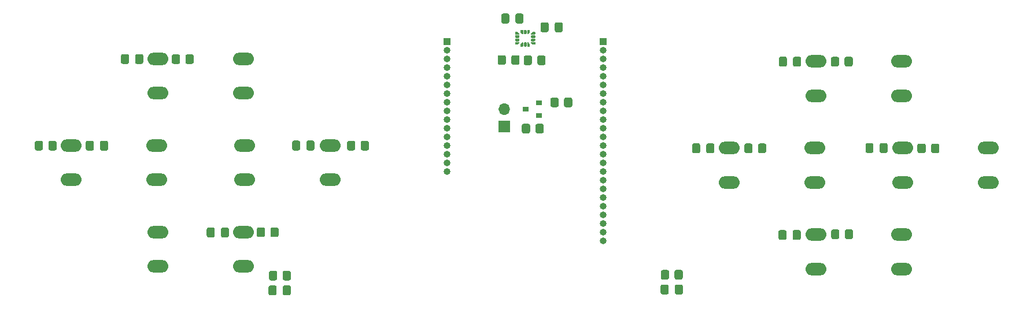
<source format=gbr>
%TF.GenerationSoftware,KiCad,Pcbnew,(5.1.8)-1*%
%TF.CreationDate,2020-12-25T12:52:01+03:00*%
%TF.ProjectId,mesp240_3Dpad,6d657370-3234-4305-9f33-447061642e6b,rev?*%
%TF.SameCoordinates,Original*%
%TF.FileFunction,Soldermask,Bot*%
%TF.FilePolarity,Negative*%
%FSLAX46Y46*%
G04 Gerber Fmt 4.6, Leading zero omitted, Abs format (unit mm)*
G04 Created by KiCad (PCBNEW (5.1.8)-1) date 2020-12-25 12:52:01*
%MOMM*%
%LPD*%
G01*
G04 APERTURE LIST*
%ADD10O,3.048000X1.850000*%
%ADD11C,0.100000*%
%ADD12R,0.900000X0.800000*%
%ADD13O,1.700000X1.700000*%
%ADD14R,1.700000X1.700000*%
%ADD15O,1.000000X1.000000*%
%ADD16R,1.000000X1.000000*%
G04 APERTURE END LIST*
D10*
%TO.C,SW1*%
X87177900Y-121843000D03*
X87177900Y-116843000D03*
X99677900Y-121843000D03*
X99677900Y-116843000D03*
%TD*%
%TO.C,C12*%
G36*
G01*
X161962000Y-124747000D02*
X161962000Y-125697000D01*
G75*
G02*
X161712000Y-125947000I-250000J0D01*
G01*
X161037000Y-125947000D01*
G75*
G02*
X160787000Y-125697000I0J250000D01*
G01*
X160787000Y-124747000D01*
G75*
G02*
X161037000Y-124497000I250000J0D01*
G01*
X161712000Y-124497000D01*
G75*
G02*
X161962000Y-124747000I0J-250000D01*
G01*
G37*
G36*
G01*
X164037000Y-124747000D02*
X164037000Y-125697000D01*
G75*
G02*
X163787000Y-125947000I-250000J0D01*
G01*
X163112000Y-125947000D01*
G75*
G02*
X162862000Y-125697000I0J250000D01*
G01*
X162862000Y-124747000D01*
G75*
G02*
X163112000Y-124497000I250000J0D01*
G01*
X163787000Y-124497000D01*
G75*
G02*
X164037000Y-124747000I0J-250000D01*
G01*
G37*
%TD*%
%TO.C,C11*%
G36*
G01*
X104558000Y-124874000D02*
X104558000Y-125824000D01*
G75*
G02*
X104308000Y-126074000I-250000J0D01*
G01*
X103633000Y-126074000D01*
G75*
G02*
X103383000Y-125824000I0J250000D01*
G01*
X103383000Y-124874000D01*
G75*
G02*
X103633000Y-124624000I250000J0D01*
G01*
X104308000Y-124624000D01*
G75*
G02*
X104558000Y-124874000I0J-250000D01*
G01*
G37*
G36*
G01*
X106633000Y-124874000D02*
X106633000Y-125824000D01*
G75*
G02*
X106383000Y-126074000I-250000J0D01*
G01*
X105708000Y-126074000D01*
G75*
G02*
X105458000Y-125824000I0J250000D01*
G01*
X105458000Y-124874000D01*
G75*
G02*
X105708000Y-124624000I250000J0D01*
G01*
X106383000Y-124624000D01*
G75*
G02*
X106633000Y-124874000I0J-250000D01*
G01*
G37*
%TD*%
D11*
%TO.C,U2*%
G36*
X140596632Y-88990941D02*
G01*
X140610701Y-88995209D01*
X140623668Y-89002140D01*
X140635033Y-89011467D01*
X140644360Y-89022832D01*
X140651291Y-89035799D01*
X140655559Y-89049868D01*
X140657000Y-89064500D01*
X140657000Y-89539500D01*
X140655559Y-89554132D01*
X140651291Y-89568201D01*
X140644360Y-89581168D01*
X140635033Y-89592533D01*
X140623668Y-89601860D01*
X140610701Y-89608791D01*
X140596632Y-89613059D01*
X140582000Y-89614500D01*
X140332000Y-89614500D01*
X140317368Y-89613059D01*
X140303299Y-89608791D01*
X140290332Y-89601860D01*
X140278967Y-89592533D01*
X140269640Y-89581168D01*
X140262709Y-89568201D01*
X140258441Y-89554132D01*
X140257000Y-89539500D01*
X140257000Y-89270566D01*
X140258441Y-89255934D01*
X140262709Y-89241865D01*
X140269640Y-89228898D01*
X140278967Y-89217533D01*
X140485033Y-89011467D01*
X140496398Y-89002140D01*
X140509365Y-88995209D01*
X140523434Y-88990941D01*
X140538066Y-88989500D01*
X140582000Y-88989500D01*
X140596632Y-88990941D01*
G37*
G36*
G01*
X140757000Y-89514500D02*
X140757000Y-89089500D01*
G75*
G02*
X140857000Y-88989500I100000J0D01*
G01*
X141057000Y-88989500D01*
G75*
G02*
X141157000Y-89089500I0J-100000D01*
G01*
X141157000Y-89514500D01*
G75*
G02*
X141057000Y-89614500I-100000J0D01*
G01*
X140857000Y-89614500D01*
G75*
G02*
X140757000Y-89514500I0J100000D01*
G01*
G37*
G36*
X141390566Y-88990941D02*
G01*
X141404635Y-88995209D01*
X141417602Y-89002140D01*
X141428967Y-89011467D01*
X141635033Y-89217533D01*
X141644360Y-89228898D01*
X141651291Y-89241865D01*
X141655559Y-89255934D01*
X141657000Y-89270566D01*
X141657000Y-89539500D01*
X141655559Y-89554132D01*
X141651291Y-89568201D01*
X141644360Y-89581168D01*
X141635033Y-89592533D01*
X141623668Y-89601860D01*
X141610701Y-89608791D01*
X141596632Y-89613059D01*
X141582000Y-89614500D01*
X141332000Y-89614500D01*
X141317368Y-89613059D01*
X141303299Y-89608791D01*
X141290332Y-89601860D01*
X141278967Y-89592533D01*
X141269640Y-89581168D01*
X141262709Y-89568201D01*
X141258441Y-89554132D01*
X141257000Y-89539500D01*
X141257000Y-89064500D01*
X141258441Y-89049868D01*
X141262709Y-89035799D01*
X141269640Y-89022832D01*
X141278967Y-89011467D01*
X141290332Y-89002140D01*
X141303299Y-88995209D01*
X141317368Y-88990941D01*
X141332000Y-88989500D01*
X141375934Y-88989500D01*
X141390566Y-88990941D01*
G37*
G36*
X142371632Y-88940941D02*
G01*
X142385701Y-88945209D01*
X142398668Y-88952140D01*
X142410033Y-88961467D01*
X142419360Y-88972832D01*
X142426291Y-88985799D01*
X142430559Y-88999868D01*
X142432000Y-89014500D01*
X142432000Y-89264500D01*
X142430559Y-89279132D01*
X142426291Y-89293201D01*
X142419360Y-89306168D01*
X142410033Y-89317533D01*
X142398668Y-89326860D01*
X142385701Y-89333791D01*
X142371632Y-89338059D01*
X142357000Y-89339500D01*
X142088066Y-89339500D01*
X142073434Y-89338059D01*
X142059365Y-89333791D01*
X142046398Y-89326860D01*
X142035033Y-89317533D01*
X141828967Y-89111467D01*
X141819640Y-89100102D01*
X141812709Y-89087135D01*
X141808441Y-89073066D01*
X141807000Y-89058434D01*
X141807000Y-89014500D01*
X141808441Y-88999868D01*
X141812709Y-88985799D01*
X141819640Y-88972832D01*
X141828967Y-88961467D01*
X141840332Y-88952140D01*
X141853299Y-88945209D01*
X141867368Y-88940941D01*
X141882000Y-88939500D01*
X142357000Y-88939500D01*
X142371632Y-88940941D01*
G37*
G36*
G01*
X141807000Y-88739500D02*
X141807000Y-88539500D01*
G75*
G02*
X141907000Y-88439500I100000J0D01*
G01*
X142332000Y-88439500D01*
G75*
G02*
X142432000Y-88539500I0J-100000D01*
G01*
X142432000Y-88739500D01*
G75*
G02*
X142332000Y-88839500I-100000J0D01*
G01*
X141907000Y-88839500D01*
G75*
G02*
X141807000Y-88739500I0J100000D01*
G01*
G37*
G36*
G01*
X141807000Y-88239500D02*
X141807000Y-88039500D01*
G75*
G02*
X141907000Y-87939500I100000J0D01*
G01*
X142332000Y-87939500D01*
G75*
G02*
X142432000Y-88039500I0J-100000D01*
G01*
X142432000Y-88239500D01*
G75*
G02*
X142332000Y-88339500I-100000J0D01*
G01*
X141907000Y-88339500D01*
G75*
G02*
X141807000Y-88239500I0J100000D01*
G01*
G37*
G36*
X142371632Y-87440941D02*
G01*
X142385701Y-87445209D01*
X142398668Y-87452140D01*
X142410033Y-87461467D01*
X142419360Y-87472832D01*
X142426291Y-87485799D01*
X142430559Y-87499868D01*
X142432000Y-87514500D01*
X142432000Y-87764500D01*
X142430559Y-87779132D01*
X142426291Y-87793201D01*
X142419360Y-87806168D01*
X142410033Y-87817533D01*
X142398668Y-87826860D01*
X142385701Y-87833791D01*
X142371632Y-87838059D01*
X142357000Y-87839500D01*
X141882000Y-87839500D01*
X141867368Y-87838059D01*
X141853299Y-87833791D01*
X141840332Y-87826860D01*
X141828967Y-87817533D01*
X141819640Y-87806168D01*
X141812709Y-87793201D01*
X141808441Y-87779132D01*
X141807000Y-87764500D01*
X141807000Y-87720566D01*
X141808441Y-87705934D01*
X141812709Y-87691865D01*
X141819640Y-87678898D01*
X141828967Y-87667533D01*
X142035033Y-87461467D01*
X142046398Y-87452140D01*
X142059365Y-87445209D01*
X142073434Y-87440941D01*
X142088066Y-87439500D01*
X142357000Y-87439500D01*
X142371632Y-87440941D01*
G37*
G36*
X141596632Y-87165941D02*
G01*
X141610701Y-87170209D01*
X141623668Y-87177140D01*
X141635033Y-87186467D01*
X141644360Y-87197832D01*
X141651291Y-87210799D01*
X141655559Y-87224868D01*
X141657000Y-87239500D01*
X141657000Y-87508434D01*
X141655559Y-87523066D01*
X141651291Y-87537135D01*
X141644360Y-87550102D01*
X141635033Y-87561467D01*
X141428967Y-87767533D01*
X141417602Y-87776860D01*
X141404635Y-87783791D01*
X141390566Y-87788059D01*
X141375934Y-87789500D01*
X141332000Y-87789500D01*
X141317368Y-87788059D01*
X141303299Y-87783791D01*
X141290332Y-87776860D01*
X141278967Y-87767533D01*
X141269640Y-87756168D01*
X141262709Y-87743201D01*
X141258441Y-87729132D01*
X141257000Y-87714500D01*
X141257000Y-87239500D01*
X141258441Y-87224868D01*
X141262709Y-87210799D01*
X141269640Y-87197832D01*
X141278967Y-87186467D01*
X141290332Y-87177140D01*
X141303299Y-87170209D01*
X141317368Y-87165941D01*
X141332000Y-87164500D01*
X141582000Y-87164500D01*
X141596632Y-87165941D01*
G37*
G36*
G01*
X140757000Y-87689500D02*
X140757000Y-87264500D01*
G75*
G02*
X140857000Y-87164500I100000J0D01*
G01*
X141057000Y-87164500D01*
G75*
G02*
X141157000Y-87264500I0J-100000D01*
G01*
X141157000Y-87689500D01*
G75*
G02*
X141057000Y-87789500I-100000J0D01*
G01*
X140857000Y-87789500D01*
G75*
G02*
X140757000Y-87689500I0J100000D01*
G01*
G37*
G36*
X140596632Y-87165941D02*
G01*
X140610701Y-87170209D01*
X140623668Y-87177140D01*
X140635033Y-87186467D01*
X140644360Y-87197832D01*
X140651291Y-87210799D01*
X140655559Y-87224868D01*
X140657000Y-87239500D01*
X140657000Y-87714500D01*
X140655559Y-87729132D01*
X140651291Y-87743201D01*
X140644360Y-87756168D01*
X140635033Y-87767533D01*
X140623668Y-87776860D01*
X140610701Y-87783791D01*
X140596632Y-87788059D01*
X140582000Y-87789500D01*
X140538066Y-87789500D01*
X140523434Y-87788059D01*
X140509365Y-87783791D01*
X140496398Y-87776860D01*
X140485033Y-87767533D01*
X140278967Y-87561467D01*
X140269640Y-87550102D01*
X140262709Y-87537135D01*
X140258441Y-87523066D01*
X140257000Y-87508434D01*
X140257000Y-87239500D01*
X140258441Y-87224868D01*
X140262709Y-87210799D01*
X140269640Y-87197832D01*
X140278967Y-87186467D01*
X140290332Y-87177140D01*
X140303299Y-87170209D01*
X140317368Y-87165941D01*
X140332000Y-87164500D01*
X140582000Y-87164500D01*
X140596632Y-87165941D01*
G37*
G36*
X139840566Y-87440941D02*
G01*
X139854635Y-87445209D01*
X139867602Y-87452140D01*
X139878967Y-87461467D01*
X140085033Y-87667533D01*
X140094360Y-87678898D01*
X140101291Y-87691865D01*
X140105559Y-87705934D01*
X140107000Y-87720566D01*
X140107000Y-87764500D01*
X140105559Y-87779132D01*
X140101291Y-87793201D01*
X140094360Y-87806168D01*
X140085033Y-87817533D01*
X140073668Y-87826860D01*
X140060701Y-87833791D01*
X140046632Y-87838059D01*
X140032000Y-87839500D01*
X139557000Y-87839500D01*
X139542368Y-87838059D01*
X139528299Y-87833791D01*
X139515332Y-87826860D01*
X139503967Y-87817533D01*
X139494640Y-87806168D01*
X139487709Y-87793201D01*
X139483441Y-87779132D01*
X139482000Y-87764500D01*
X139482000Y-87514500D01*
X139483441Y-87499868D01*
X139487709Y-87485799D01*
X139494640Y-87472832D01*
X139503967Y-87461467D01*
X139515332Y-87452140D01*
X139528299Y-87445209D01*
X139542368Y-87440941D01*
X139557000Y-87439500D01*
X139825934Y-87439500D01*
X139840566Y-87440941D01*
G37*
G36*
G01*
X139482000Y-88239500D02*
X139482000Y-88039500D01*
G75*
G02*
X139582000Y-87939500I100000J0D01*
G01*
X140007000Y-87939500D01*
G75*
G02*
X140107000Y-88039500I0J-100000D01*
G01*
X140107000Y-88239500D01*
G75*
G02*
X140007000Y-88339500I-100000J0D01*
G01*
X139582000Y-88339500D01*
G75*
G02*
X139482000Y-88239500I0J100000D01*
G01*
G37*
G36*
G01*
X139482000Y-88739500D02*
X139482000Y-88539500D01*
G75*
G02*
X139582000Y-88439500I100000J0D01*
G01*
X140007000Y-88439500D01*
G75*
G02*
X140107000Y-88539500I0J-100000D01*
G01*
X140107000Y-88739500D01*
G75*
G02*
X140007000Y-88839500I-100000J0D01*
G01*
X139582000Y-88839500D01*
G75*
G02*
X139482000Y-88739500I0J100000D01*
G01*
G37*
G36*
X140046632Y-88940941D02*
G01*
X140060701Y-88945209D01*
X140073668Y-88952140D01*
X140085033Y-88961467D01*
X140094360Y-88972832D01*
X140101291Y-88985799D01*
X140105559Y-88999868D01*
X140107000Y-89014500D01*
X140107000Y-89058434D01*
X140105559Y-89073066D01*
X140101291Y-89087135D01*
X140094360Y-89100102D01*
X140085033Y-89111467D01*
X139878967Y-89317533D01*
X139867602Y-89326860D01*
X139854635Y-89333791D01*
X139840566Y-89338059D01*
X139825934Y-89339500D01*
X139557000Y-89339500D01*
X139542368Y-89338059D01*
X139528299Y-89333791D01*
X139515332Y-89326860D01*
X139503967Y-89317533D01*
X139494640Y-89306168D01*
X139487709Y-89293201D01*
X139483441Y-89279132D01*
X139482000Y-89264500D01*
X139482000Y-89014500D01*
X139483441Y-88999868D01*
X139487709Y-88985799D01*
X139494640Y-88972832D01*
X139503967Y-88961467D01*
X139515332Y-88952140D01*
X139528299Y-88945209D01*
X139542368Y-88940941D01*
X139557000Y-88939500D01*
X140032000Y-88939500D01*
X140046632Y-88940941D01*
G37*
%TD*%
D10*
%TO.C,SW8*%
X183548000Y-122196000D03*
X183548000Y-117196000D03*
X196048000Y-122196000D03*
X196048000Y-117196000D03*
%TD*%
%TO.C,SW7*%
X183548000Y-96795600D03*
X183548000Y-91795600D03*
X196048000Y-96795600D03*
X196048000Y-91795600D03*
%TD*%
%TO.C,SW6*%
X170848000Y-109496000D03*
X170848000Y-104496000D03*
X183348000Y-109496000D03*
X183348000Y-104496000D03*
%TD*%
%TO.C,SW5*%
X196248000Y-109496000D03*
X196248000Y-104496000D03*
X208748000Y-109496000D03*
X208748000Y-104496000D03*
%TD*%
%TO.C,SW4*%
X87177900Y-96442500D03*
X87177900Y-91442500D03*
X99677900Y-96442500D03*
X99677900Y-91442500D03*
%TD*%
%TO.C,SW3*%
X99877900Y-109143000D03*
X99877900Y-104143000D03*
X112377900Y-109143000D03*
X112377900Y-104143000D03*
%TD*%
%TO.C,SW2*%
X74477900Y-109143000D03*
X74477900Y-104143000D03*
X86977900Y-109143000D03*
X86977900Y-104143000D03*
%TD*%
%TO.C,R14*%
G36*
G01*
X141938000Y-91170299D02*
X141938000Y-92070301D01*
G75*
G02*
X141688001Y-92320300I-249999J0D01*
G01*
X140987999Y-92320300D01*
G75*
G02*
X140738000Y-92070301I0J249999D01*
G01*
X140738000Y-91170299D01*
G75*
G02*
X140987999Y-90920300I249999J0D01*
G01*
X141688001Y-90920300D01*
G75*
G02*
X141938000Y-91170299I0J-249999D01*
G01*
G37*
G36*
G01*
X143938000Y-91170299D02*
X143938000Y-92070301D01*
G75*
G02*
X143688001Y-92320300I-249999J0D01*
G01*
X142987999Y-92320300D01*
G75*
G02*
X142738000Y-92070301I0J249999D01*
G01*
X142738000Y-91170299D01*
G75*
G02*
X142987999Y-90920300I249999J0D01*
G01*
X143688001Y-90920300D01*
G75*
G02*
X143938000Y-91170299I0J-249999D01*
G01*
G37*
%TD*%
%TO.C,R13*%
G36*
G01*
X138930000Y-92024601D02*
X138930000Y-91124599D01*
G75*
G02*
X139179999Y-90874600I249999J0D01*
G01*
X139880001Y-90874600D01*
G75*
G02*
X140130000Y-91124599I0J-249999D01*
G01*
X140130000Y-92024601D01*
G75*
G02*
X139880001Y-92274600I-249999J0D01*
G01*
X139179999Y-92274600D01*
G75*
G02*
X138930000Y-92024601I0J249999D01*
G01*
G37*
G36*
G01*
X136930000Y-92024601D02*
X136930000Y-91124599D01*
G75*
G02*
X137179999Y-90874600I249999J0D01*
G01*
X137880001Y-90874600D01*
G75*
G02*
X138130000Y-91124599I0J-249999D01*
G01*
X138130000Y-92024601D01*
G75*
G02*
X137880001Y-92274600I-249999J0D01*
G01*
X137179999Y-92274600D01*
G75*
G02*
X136930000Y-92024601I0J249999D01*
G01*
G37*
%TD*%
%TO.C,R12*%
G36*
G01*
X162817000Y-123513001D02*
X162817000Y-122612999D01*
G75*
G02*
X163066999Y-122363000I249999J0D01*
G01*
X163767001Y-122363000D01*
G75*
G02*
X164017000Y-122612999I0J-249999D01*
G01*
X164017000Y-123513001D01*
G75*
G02*
X163767001Y-123763000I-249999J0D01*
G01*
X163066999Y-123763000D01*
G75*
G02*
X162817000Y-123513001I0J249999D01*
G01*
G37*
G36*
G01*
X160817000Y-123513001D02*
X160817000Y-122612999D01*
G75*
G02*
X161066999Y-122363000I249999J0D01*
G01*
X161767001Y-122363000D01*
G75*
G02*
X162017000Y-122612999I0J-249999D01*
G01*
X162017000Y-123513001D01*
G75*
G02*
X161767001Y-123763000I-249999J0D01*
G01*
X161066999Y-123763000D01*
G75*
G02*
X160817000Y-123513001I0J249999D01*
G01*
G37*
%TD*%
%TO.C,R11*%
G36*
G01*
X105445000Y-123640001D02*
X105445000Y-122739999D01*
G75*
G02*
X105694999Y-122490000I249999J0D01*
G01*
X106395001Y-122490000D01*
G75*
G02*
X106645000Y-122739999I0J-249999D01*
G01*
X106645000Y-123640001D01*
G75*
G02*
X106395001Y-123890000I-249999J0D01*
G01*
X105694999Y-123890000D01*
G75*
G02*
X105445000Y-123640001I0J249999D01*
G01*
G37*
G36*
G01*
X103445000Y-123640001D02*
X103445000Y-122739999D01*
G75*
G02*
X103694999Y-122490000I249999J0D01*
G01*
X104395001Y-122490000D01*
G75*
G02*
X104645000Y-122739999I0J-249999D01*
G01*
X104645000Y-123640001D01*
G75*
G02*
X104395001Y-123890000I-249999J0D01*
G01*
X103694999Y-123890000D01*
G75*
G02*
X103445000Y-123640001I0J249999D01*
G01*
G37*
%TD*%
%TO.C,C10*%
G36*
G01*
X138629000Y-85021400D02*
X138629000Y-85971400D01*
G75*
G02*
X138379000Y-86221400I-250000J0D01*
G01*
X137704000Y-86221400D01*
G75*
G02*
X137454000Y-85971400I0J250000D01*
G01*
X137454000Y-85021400D01*
G75*
G02*
X137704000Y-84771400I250000J0D01*
G01*
X138379000Y-84771400D01*
G75*
G02*
X138629000Y-85021400I0J-250000D01*
G01*
G37*
G36*
G01*
X140704000Y-85021400D02*
X140704000Y-85971400D01*
G75*
G02*
X140454000Y-86221400I-250000J0D01*
G01*
X139779000Y-86221400D01*
G75*
G02*
X139529000Y-85971400I0J250000D01*
G01*
X139529000Y-85021400D01*
G75*
G02*
X139779000Y-84771400I250000J0D01*
G01*
X140454000Y-84771400D01*
G75*
G02*
X140704000Y-85021400I0J-250000D01*
G01*
G37*
%TD*%
%TO.C,C9*%
G36*
G01*
X145282000Y-87256600D02*
X145282000Y-86306600D01*
G75*
G02*
X145532000Y-86056600I250000J0D01*
G01*
X146207000Y-86056600D01*
G75*
G02*
X146457000Y-86306600I0J-250000D01*
G01*
X146457000Y-87256600D01*
G75*
G02*
X146207000Y-87506600I-250000J0D01*
G01*
X145532000Y-87506600D01*
G75*
G02*
X145282000Y-87256600I0J250000D01*
G01*
G37*
G36*
G01*
X143207000Y-87256600D02*
X143207000Y-86306600D01*
G75*
G02*
X143457000Y-86056600I250000J0D01*
G01*
X144132000Y-86056600D01*
G75*
G02*
X144382000Y-86306600I0J-250000D01*
G01*
X144382000Y-87256600D01*
G75*
G02*
X144132000Y-87506600I-250000J0D01*
G01*
X143457000Y-87506600D01*
G75*
G02*
X143207000Y-87256600I0J250000D01*
G01*
G37*
%TD*%
%TO.C,R10*%
G36*
G01*
X142468040Y-102080481D02*
X142468040Y-101180479D01*
G75*
G02*
X142718039Y-100930480I249999J0D01*
G01*
X143418041Y-100930480D01*
G75*
G02*
X143668040Y-101180479I0J-249999D01*
G01*
X143668040Y-102080481D01*
G75*
G02*
X143418041Y-102330480I-249999J0D01*
G01*
X142718039Y-102330480D01*
G75*
G02*
X142468040Y-102080481I0J249999D01*
G01*
G37*
G36*
G01*
X140468040Y-102080481D02*
X140468040Y-101180479D01*
G75*
G02*
X140718039Y-100930480I249999J0D01*
G01*
X141418041Y-100930480D01*
G75*
G02*
X141668040Y-101180479I0J-249999D01*
G01*
X141668040Y-102080481D01*
G75*
G02*
X141418041Y-102330480I-249999J0D01*
G01*
X140718039Y-102330480D01*
G75*
G02*
X140468040Y-102080481I0J249999D01*
G01*
G37*
%TD*%
%TO.C,R9*%
G36*
G01*
X146652000Y-98240001D02*
X146652000Y-97339999D01*
G75*
G02*
X146901999Y-97090000I249999J0D01*
G01*
X147602001Y-97090000D01*
G75*
G02*
X147852000Y-97339999I0J-249999D01*
G01*
X147852000Y-98240001D01*
G75*
G02*
X147602001Y-98490000I-249999J0D01*
G01*
X146901999Y-98490000D01*
G75*
G02*
X146652000Y-98240001I0J249999D01*
G01*
G37*
G36*
G01*
X144652000Y-98240001D02*
X144652000Y-97339999D01*
G75*
G02*
X144901999Y-97090000I249999J0D01*
G01*
X145602001Y-97090000D01*
G75*
G02*
X145852000Y-97339999I0J-249999D01*
G01*
X145852000Y-98240001D01*
G75*
G02*
X145602001Y-98490000I-249999J0D01*
G01*
X144901999Y-98490000D01*
G75*
G02*
X144652000Y-98240001I0J249999D01*
G01*
G37*
%TD*%
%TO.C,R8*%
G36*
G01*
X187755000Y-117569001D02*
X187755000Y-116668999D01*
G75*
G02*
X188004999Y-116419000I249999J0D01*
G01*
X188705001Y-116419000D01*
G75*
G02*
X188955000Y-116668999I0J-249999D01*
G01*
X188955000Y-117569001D01*
G75*
G02*
X188705001Y-117819000I-249999J0D01*
G01*
X188004999Y-117819000D01*
G75*
G02*
X187755000Y-117569001I0J249999D01*
G01*
G37*
G36*
G01*
X185755000Y-117569001D02*
X185755000Y-116668999D01*
G75*
G02*
X186004999Y-116419000I249999J0D01*
G01*
X186705001Y-116419000D01*
G75*
G02*
X186955000Y-116668999I0J-249999D01*
G01*
X186955000Y-117569001D01*
G75*
G02*
X186705001Y-117819000I-249999J0D01*
G01*
X186004999Y-117819000D01*
G75*
G02*
X185755000Y-117569001I0J249999D01*
G01*
G37*
%TD*%
%TO.C,R7*%
G36*
G01*
X175041000Y-104971001D02*
X175041000Y-104070999D01*
G75*
G02*
X175290999Y-103821000I249999J0D01*
G01*
X175991001Y-103821000D01*
G75*
G02*
X176241000Y-104070999I0J-249999D01*
G01*
X176241000Y-104971001D01*
G75*
G02*
X175991001Y-105221000I-249999J0D01*
G01*
X175290999Y-105221000D01*
G75*
G02*
X175041000Y-104971001I0J249999D01*
G01*
G37*
G36*
G01*
X173041000Y-104971001D02*
X173041000Y-104070999D01*
G75*
G02*
X173290999Y-103821000I249999J0D01*
G01*
X173991001Y-103821000D01*
G75*
G02*
X174241000Y-104070999I0J-249999D01*
G01*
X174241000Y-104971001D01*
G75*
G02*
X173991001Y-105221000I-249999J0D01*
G01*
X173290999Y-105221000D01*
G75*
G02*
X173041000Y-104971001I0J249999D01*
G01*
G37*
%TD*%
%TO.C,R6*%
G36*
G01*
X200386000Y-104979001D02*
X200386000Y-104078999D01*
G75*
G02*
X200635999Y-103829000I249999J0D01*
G01*
X201336001Y-103829000D01*
G75*
G02*
X201586000Y-104078999I0J-249999D01*
G01*
X201586000Y-104979001D01*
G75*
G02*
X201336001Y-105229000I-249999J0D01*
G01*
X200635999Y-105229000D01*
G75*
G02*
X200386000Y-104979001I0J249999D01*
G01*
G37*
G36*
G01*
X198386000Y-104979001D02*
X198386000Y-104078999D01*
G75*
G02*
X198635999Y-103829000I249999J0D01*
G01*
X199336001Y-103829000D01*
G75*
G02*
X199586000Y-104078999I0J-249999D01*
G01*
X199586000Y-104979001D01*
G75*
G02*
X199336001Y-105229000I-249999J0D01*
G01*
X198635999Y-105229000D01*
G75*
G02*
X198386000Y-104979001I0J249999D01*
G01*
G37*
%TD*%
%TO.C,R5*%
G36*
G01*
X187709000Y-92271001D02*
X187709000Y-91370999D01*
G75*
G02*
X187958999Y-91121000I249999J0D01*
G01*
X188659001Y-91121000D01*
G75*
G02*
X188909000Y-91370999I0J-249999D01*
G01*
X188909000Y-92271001D01*
G75*
G02*
X188659001Y-92521000I-249999J0D01*
G01*
X187958999Y-92521000D01*
G75*
G02*
X187709000Y-92271001I0J249999D01*
G01*
G37*
G36*
G01*
X185709000Y-92271001D02*
X185709000Y-91370999D01*
G75*
G02*
X185958999Y-91121000I249999J0D01*
G01*
X186659001Y-91121000D01*
G75*
G02*
X186909000Y-91370999I0J-249999D01*
G01*
X186909000Y-92271001D01*
G75*
G02*
X186659001Y-92521000I-249999J0D01*
G01*
X185958999Y-92521000D01*
G75*
G02*
X185709000Y-92271001I0J249999D01*
G01*
G37*
%TD*%
%TO.C,R4*%
G36*
G01*
X91221000Y-91905201D02*
X91221000Y-91005199D01*
G75*
G02*
X91470999Y-90755200I249999J0D01*
G01*
X92171001Y-90755200D01*
G75*
G02*
X92421000Y-91005199I0J-249999D01*
G01*
X92421000Y-91905201D01*
G75*
G02*
X92171001Y-92155200I-249999J0D01*
G01*
X91470999Y-92155200D01*
G75*
G02*
X91221000Y-91905201I0J249999D01*
G01*
G37*
G36*
G01*
X89221000Y-91905201D02*
X89221000Y-91005199D01*
G75*
G02*
X89470999Y-90755200I249999J0D01*
G01*
X90171001Y-90755200D01*
G75*
G02*
X90421000Y-91005199I0J-249999D01*
G01*
X90421000Y-91905201D01*
G75*
G02*
X90171001Y-92155200I-249999J0D01*
G01*
X89470999Y-92155200D01*
G75*
G02*
X89221000Y-91905201I0J249999D01*
G01*
G37*
%TD*%
%TO.C,R3*%
G36*
G01*
X70355000Y-103689999D02*
X70355000Y-104590001D01*
G75*
G02*
X70105001Y-104840000I-249999J0D01*
G01*
X69404999Y-104840000D01*
G75*
G02*
X69155000Y-104590001I0J249999D01*
G01*
X69155000Y-103689999D01*
G75*
G02*
X69404999Y-103440000I249999J0D01*
G01*
X70105001Y-103440000D01*
G75*
G02*
X70355000Y-103689999I0J-249999D01*
G01*
G37*
G36*
G01*
X72355000Y-103689999D02*
X72355000Y-104590001D01*
G75*
G02*
X72105001Y-104840000I-249999J0D01*
G01*
X71404999Y-104840000D01*
G75*
G02*
X71155000Y-104590001I0J249999D01*
G01*
X71155000Y-103689999D01*
G75*
G02*
X71404999Y-103440000I249999J0D01*
G01*
X72105001Y-103440000D01*
G75*
G02*
X72355000Y-103689999I0J-249999D01*
G01*
G37*
%TD*%
%TO.C,R2*%
G36*
G01*
X103658000Y-117280001D02*
X103658000Y-116379999D01*
G75*
G02*
X103907999Y-116130000I249999J0D01*
G01*
X104608001Y-116130000D01*
G75*
G02*
X104858000Y-116379999I0J-249999D01*
G01*
X104858000Y-117280001D01*
G75*
G02*
X104608001Y-117530000I-249999J0D01*
G01*
X103907999Y-117530000D01*
G75*
G02*
X103658000Y-117280001I0J249999D01*
G01*
G37*
G36*
G01*
X101658000Y-117280001D02*
X101658000Y-116379999D01*
G75*
G02*
X101907999Y-116130000I249999J0D01*
G01*
X102608001Y-116130000D01*
G75*
G02*
X102858000Y-116379999I0J-249999D01*
G01*
X102858000Y-117280001D01*
G75*
G02*
X102608001Y-117530000I-249999J0D01*
G01*
X101907999Y-117530000D01*
G75*
G02*
X101658000Y-117280001I0J249999D01*
G01*
G37*
%TD*%
%TO.C,R1*%
G36*
G01*
X116875000Y-104590001D02*
X116875000Y-103689999D01*
G75*
G02*
X117124999Y-103440000I249999J0D01*
G01*
X117825001Y-103440000D01*
G75*
G02*
X118075000Y-103689999I0J-249999D01*
G01*
X118075000Y-104590001D01*
G75*
G02*
X117825001Y-104840000I-249999J0D01*
G01*
X117124999Y-104840000D01*
G75*
G02*
X116875000Y-104590001I0J249999D01*
G01*
G37*
G36*
G01*
X114875000Y-104590001D02*
X114875000Y-103689999D01*
G75*
G02*
X115124999Y-103440000I249999J0D01*
G01*
X115825001Y-103440000D01*
G75*
G02*
X116075000Y-103689999I0J-249999D01*
G01*
X116075000Y-104590001D01*
G75*
G02*
X115825001Y-104840000I-249999J0D01*
G01*
X115124999Y-104840000D01*
G75*
G02*
X114875000Y-104590001I0J249999D01*
G01*
G37*
%TD*%
D12*
%TO.C,Q1*%
X140986000Y-98806000D03*
X142986000Y-99756000D03*
X142986000Y-97856000D03*
%TD*%
D13*
%TO.C,J3*%
X137922000Y-98806000D03*
D14*
X137922000Y-101346000D03*
%TD*%
D15*
%TO.C,J2*%
X152400000Y-118110000D03*
X152400000Y-116840000D03*
X152400000Y-115570000D03*
X152400000Y-114300000D03*
X152400000Y-113030000D03*
X152400000Y-111760000D03*
X152400000Y-110490000D03*
X152400000Y-109220000D03*
X152400000Y-107950000D03*
X152400000Y-106680000D03*
X152400000Y-105410000D03*
X152400000Y-104140000D03*
X152400000Y-102870000D03*
X152400000Y-101600000D03*
X152400000Y-100330000D03*
X152400000Y-99060000D03*
X152400000Y-97790000D03*
X152400000Y-96520000D03*
X152400000Y-95250000D03*
X152400000Y-93980000D03*
X152400000Y-92710000D03*
X152400000Y-91440000D03*
X152400000Y-90170000D03*
D16*
X152400000Y-88900000D03*
%TD*%
D15*
%TO.C,J1*%
X129540000Y-107950000D03*
X129540000Y-106680000D03*
X129540000Y-105410000D03*
X129540000Y-104140000D03*
X129540000Y-102870000D03*
X129540000Y-101600000D03*
X129540000Y-100330000D03*
X129540000Y-99060000D03*
X129540000Y-97790000D03*
X129540000Y-96520000D03*
X129540000Y-95250000D03*
X129540000Y-93980000D03*
X129540000Y-92710000D03*
X129540000Y-91440000D03*
X129540000Y-90170000D03*
D16*
X129540000Y-88900000D03*
%TD*%
%TO.C,C8*%
G36*
G01*
X179213000Y-116759000D02*
X179213000Y-117709000D01*
G75*
G02*
X178963000Y-117959000I-250000J0D01*
G01*
X178288000Y-117959000D01*
G75*
G02*
X178038000Y-117709000I0J250000D01*
G01*
X178038000Y-116759000D01*
G75*
G02*
X178288000Y-116509000I250000J0D01*
G01*
X178963000Y-116509000D01*
G75*
G02*
X179213000Y-116759000I0J-250000D01*
G01*
G37*
G36*
G01*
X181288000Y-116759000D02*
X181288000Y-117709000D01*
G75*
G02*
X181038000Y-117959000I-250000J0D01*
G01*
X180363000Y-117959000D01*
G75*
G02*
X180113000Y-117709000I0J250000D01*
G01*
X180113000Y-116759000D01*
G75*
G02*
X180363000Y-116509000I250000J0D01*
G01*
X181038000Y-116509000D01*
G75*
G02*
X181288000Y-116759000I0J-250000D01*
G01*
G37*
%TD*%
%TO.C,C7*%
G36*
G01*
X179276000Y-91346000D02*
X179276000Y-92296000D01*
G75*
G02*
X179026000Y-92546000I-250000J0D01*
G01*
X178351000Y-92546000D01*
G75*
G02*
X178101000Y-92296000I0J250000D01*
G01*
X178101000Y-91346000D01*
G75*
G02*
X178351000Y-91096000I250000J0D01*
G01*
X179026000Y-91096000D01*
G75*
G02*
X179276000Y-91346000I0J-250000D01*
G01*
G37*
G36*
G01*
X181351000Y-91346000D02*
X181351000Y-92296000D01*
G75*
G02*
X181101000Y-92546000I-250000J0D01*
G01*
X180426000Y-92546000D01*
G75*
G02*
X180176000Y-92296000I0J250000D01*
G01*
X180176000Y-91346000D01*
G75*
G02*
X180426000Y-91096000I250000J0D01*
G01*
X181101000Y-91096000D01*
G75*
G02*
X181351000Y-91346000I0J-250000D01*
G01*
G37*
%TD*%
%TO.C,C6*%
G36*
G01*
X166576000Y-104046000D02*
X166576000Y-104996000D01*
G75*
G02*
X166326000Y-105246000I-250000J0D01*
G01*
X165651000Y-105246000D01*
G75*
G02*
X165401000Y-104996000I0J250000D01*
G01*
X165401000Y-104046000D01*
G75*
G02*
X165651000Y-103796000I250000J0D01*
G01*
X166326000Y-103796000D01*
G75*
G02*
X166576000Y-104046000I0J-250000D01*
G01*
G37*
G36*
G01*
X168651000Y-104046000D02*
X168651000Y-104996000D01*
G75*
G02*
X168401000Y-105246000I-250000J0D01*
G01*
X167726000Y-105246000D01*
G75*
G02*
X167476000Y-104996000I0J250000D01*
G01*
X167476000Y-104046000D01*
G75*
G02*
X167726000Y-103796000I250000J0D01*
G01*
X168401000Y-103796000D01*
G75*
G02*
X168651000Y-104046000I0J-250000D01*
G01*
G37*
%TD*%
%TO.C,C5*%
G36*
G01*
X191949000Y-104010000D02*
X191949000Y-104960000D01*
G75*
G02*
X191699000Y-105210000I-250000J0D01*
G01*
X191024000Y-105210000D01*
G75*
G02*
X190774000Y-104960000I0J250000D01*
G01*
X190774000Y-104010000D01*
G75*
G02*
X191024000Y-103760000I250000J0D01*
G01*
X191699000Y-103760000D01*
G75*
G02*
X191949000Y-104010000I0J-250000D01*
G01*
G37*
G36*
G01*
X194024000Y-104010000D02*
X194024000Y-104960000D01*
G75*
G02*
X193774000Y-105210000I-250000J0D01*
G01*
X193099000Y-105210000D01*
G75*
G02*
X192849000Y-104960000I0J250000D01*
G01*
X192849000Y-104010000D01*
G75*
G02*
X193099000Y-103760000I250000J0D01*
G01*
X193774000Y-103760000D01*
G75*
G02*
X194024000Y-104010000I0J-250000D01*
G01*
G37*
%TD*%
%TO.C,C4*%
G36*
G01*
X82949700Y-90952300D02*
X82949700Y-91902300D01*
G75*
G02*
X82699700Y-92152300I-250000J0D01*
G01*
X82024700Y-92152300D01*
G75*
G02*
X81774700Y-91902300I0J250000D01*
G01*
X81774700Y-90952300D01*
G75*
G02*
X82024700Y-90702300I250000J0D01*
G01*
X82699700Y-90702300D01*
G75*
G02*
X82949700Y-90952300I0J-250000D01*
G01*
G37*
G36*
G01*
X85024700Y-90952300D02*
X85024700Y-91902300D01*
G75*
G02*
X84774700Y-92152300I-250000J0D01*
G01*
X84099700Y-92152300D01*
G75*
G02*
X83849700Y-91902300I0J250000D01*
G01*
X83849700Y-90952300D01*
G75*
G02*
X84099700Y-90702300I250000J0D01*
G01*
X84774700Y-90702300D01*
G75*
G02*
X85024700Y-90952300I0J-250000D01*
G01*
G37*
%TD*%
%TO.C,C3*%
G36*
G01*
X108016000Y-103640000D02*
X108016000Y-104590000D01*
G75*
G02*
X107766000Y-104840000I-250000J0D01*
G01*
X107091000Y-104840000D01*
G75*
G02*
X106841000Y-104590000I0J250000D01*
G01*
X106841000Y-103640000D01*
G75*
G02*
X107091000Y-103390000I250000J0D01*
G01*
X107766000Y-103390000D01*
G75*
G02*
X108016000Y-103640000I0J-250000D01*
G01*
G37*
G36*
G01*
X110091000Y-103640000D02*
X110091000Y-104590000D01*
G75*
G02*
X109841000Y-104840000I-250000J0D01*
G01*
X109166000Y-104840000D01*
G75*
G02*
X108916000Y-104590000I0J250000D01*
G01*
X108916000Y-103640000D01*
G75*
G02*
X109166000Y-103390000I250000J0D01*
G01*
X109841000Y-103390000D01*
G75*
G02*
X110091000Y-103640000I0J-250000D01*
G01*
G37*
%TD*%
%TO.C,C2*%
G36*
G01*
X78703500Y-104615000D02*
X78703500Y-103665000D01*
G75*
G02*
X78953500Y-103415000I250000J0D01*
G01*
X79628500Y-103415000D01*
G75*
G02*
X79878500Y-103665000I0J-250000D01*
G01*
X79878500Y-104615000D01*
G75*
G02*
X79628500Y-104865000I-250000J0D01*
G01*
X78953500Y-104865000D01*
G75*
G02*
X78703500Y-104615000I0J250000D01*
G01*
G37*
G36*
G01*
X76628500Y-104615000D02*
X76628500Y-103665000D01*
G75*
G02*
X76878500Y-103415000I250000J0D01*
G01*
X77553500Y-103415000D01*
G75*
G02*
X77803500Y-103665000I0J-250000D01*
G01*
X77803500Y-104615000D01*
G75*
G02*
X77553500Y-104865000I-250000J0D01*
G01*
X76878500Y-104865000D01*
G75*
G02*
X76628500Y-104615000I0J250000D01*
G01*
G37*
%TD*%
%TO.C,C1*%
G36*
G01*
X95504900Y-116388000D02*
X95504900Y-117338000D01*
G75*
G02*
X95254900Y-117588000I-250000J0D01*
G01*
X94579900Y-117588000D01*
G75*
G02*
X94329900Y-117338000I0J250000D01*
G01*
X94329900Y-116388000D01*
G75*
G02*
X94579900Y-116138000I250000J0D01*
G01*
X95254900Y-116138000D01*
G75*
G02*
X95504900Y-116388000I0J-250000D01*
G01*
G37*
G36*
G01*
X97579900Y-116388000D02*
X97579900Y-117338000D01*
G75*
G02*
X97329900Y-117588000I-250000J0D01*
G01*
X96654900Y-117588000D01*
G75*
G02*
X96404900Y-117338000I0J250000D01*
G01*
X96404900Y-116388000D01*
G75*
G02*
X96654900Y-116138000I250000J0D01*
G01*
X97329900Y-116138000D01*
G75*
G02*
X97579900Y-116388000I0J-250000D01*
G01*
G37*
%TD*%
M02*

</source>
